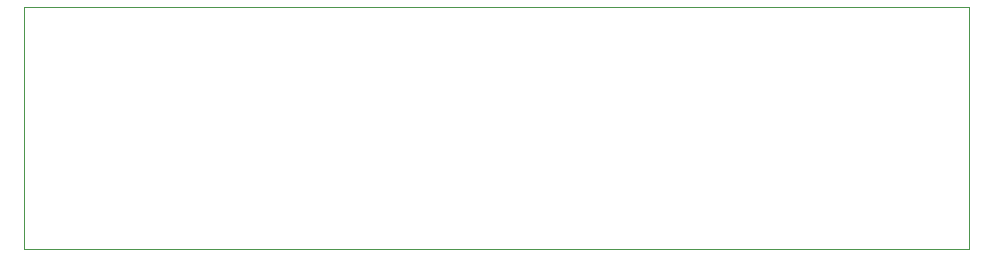
<source format=gbr>
%TF.GenerationSoftware,KiCad,Pcbnew,8.0.0*%
%TF.CreationDate,2024-03-24T17:38:24+02:00*%
%TF.ProjectId,Sensing1_0,53656e73-696e-4673-915f-302e6b696361,rev?*%
%TF.SameCoordinates,Original*%
%TF.FileFunction,Profile,NP*%
%FSLAX46Y46*%
G04 Gerber Fmt 4.6, Leading zero omitted, Abs format (unit mm)*
G04 Created by KiCad (PCBNEW 8.0.0) date 2024-03-24 17:38:24*
%MOMM*%
%LPD*%
G01*
G04 APERTURE LIST*
%TA.AperFunction,Profile*%
%ADD10C,0.050000*%
%TD*%
G04 APERTURE END LIST*
D10*
X79500000Y-41000000D02*
X159500000Y-41000000D01*
X159500000Y-61500000D01*
X79500000Y-61500000D01*
X79500000Y-41000000D01*
M02*

</source>
